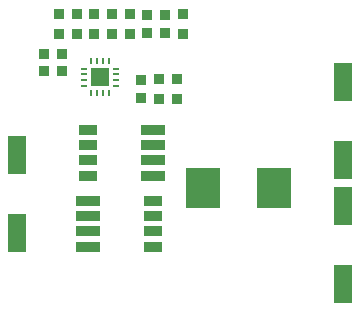
<source format=gtp>
G04*
G04 #@! TF.GenerationSoftware,Altium Limited,Altium Designer,23.4.1 (23)*
G04*
G04 Layer_Color=8421504*
%FSLAX44Y44*%
%MOMM*%
G71*
G04*
G04 #@! TF.SameCoordinates,784DB819-4BFE-4B82-8429-40DAF9DCB5A1*
G04*
G04*
G04 #@! TF.FilePolarity,Positive*
G04*
G01*
G75*
%ADD14R,1.4986X3.3020*%
%ADD15R,3.0000X3.5000*%
G04:AMPARAMS|DCode=16|XSize=0.85mm|YSize=1.9812mm|CornerRadius=0.0425mm|HoleSize=0mm|Usage=FLASHONLY|Rotation=90.000|XOffset=0mm|YOffset=0mm|HoleType=Round|Shape=RoundedRectangle|*
%AMROUNDEDRECTD16*
21,1,0.8500,1.8962,0,0,90.0*
21,1,0.7650,1.9812,0,0,90.0*
1,1,0.0850,0.9481,0.3825*
1,1,0.0850,0.9481,-0.3825*
1,1,0.0850,-0.9481,-0.3825*
1,1,0.0850,-0.9481,0.3825*
%
%ADD16ROUNDEDRECTD16*%
G04:AMPARAMS|DCode=17|XSize=0.85mm|YSize=1.45mm|CornerRadius=0.0425mm|HoleSize=0mm|Usage=FLASHONLY|Rotation=90.000|XOffset=0mm|YOffset=0mm|HoleType=Round|Shape=RoundedRectangle|*
%AMROUNDEDRECTD17*
21,1,0.8500,1.3650,0,0,90.0*
21,1,0.7650,1.4500,0,0,90.0*
1,1,0.0850,0.6825,0.3825*
1,1,0.0850,0.6825,-0.3825*
1,1,0.0850,-0.6825,-0.3825*
1,1,0.0850,-0.6825,0.3825*
%
%ADD17ROUNDEDRECTD17*%
%ADD18R,1.6000X1.6000*%
%ADD19R,0.2300X0.4800*%
%ADD20R,0.4800X0.2300*%
G04:AMPARAMS|DCode=21|XSize=0.9mm|YSize=0.8mm|CornerRadius=0.06mm|HoleSize=0mm|Usage=FLASHONLY|Rotation=270.000|XOffset=0mm|YOffset=0mm|HoleType=Round|Shape=RoundedRectangle|*
%AMROUNDEDRECTD21*
21,1,0.9000,0.6800,0,0,270.0*
21,1,0.7800,0.8000,0,0,270.0*
1,1,0.1200,-0.3400,-0.3900*
1,1,0.1200,-0.3400,0.3900*
1,1,0.1200,0.3400,0.3900*
1,1,0.1200,0.3400,-0.3900*
%
%ADD21ROUNDEDRECTD21*%
G04:AMPARAMS|DCode=22|XSize=0.8mm|YSize=0.9mm|CornerRadius=0.06mm|HoleSize=0mm|Usage=FLASHONLY|Rotation=0.000|XOffset=0mm|YOffset=0mm|HoleType=Round|Shape=RoundedRectangle|*
%AMROUNDEDRECTD22*
21,1,0.8000,0.7800,0,0,0.0*
21,1,0.6800,0.9000,0,0,0.0*
1,1,0.1200,0.3400,-0.3900*
1,1,0.1200,-0.3400,-0.3900*
1,1,0.1200,-0.3400,0.3900*
1,1,0.1200,0.3400,0.3900*
%
%ADD22ROUNDEDRECTD22*%
G04:AMPARAMS|DCode=23|XSize=0.8mm|YSize=0.9mm|CornerRadius=0.06mm|HoleSize=0mm|Usage=FLASHONLY|Rotation=90.000|XOffset=0mm|YOffset=0mm|HoleType=Round|Shape=RoundedRectangle|*
%AMROUNDEDRECTD23*
21,1,0.8000,0.7800,0,0,90.0*
21,1,0.6800,0.9000,0,0,90.0*
1,1,0.1200,0.3900,0.3400*
1,1,0.1200,0.3900,-0.3400*
1,1,0.1200,-0.3900,-0.3400*
1,1,0.1200,-0.3900,0.3400*
%
%ADD23ROUNDEDRECTD23*%
D14*
X133000Y108198D02*
D03*
Y42158D02*
D03*
X409000Y65020D02*
D03*
Y-1020D02*
D03*
Y103980D02*
D03*
Y170020D02*
D03*
D15*
X350250Y80000D02*
D03*
X289750D02*
D03*
D16*
X192500Y69250D02*
D03*
Y56351D02*
D03*
Y43651D02*
D03*
Y30750D02*
D03*
X247500Y90750D02*
D03*
Y103649D02*
D03*
Y116349D02*
D03*
Y129250D02*
D03*
D17*
Y30750D02*
D03*
Y69250D02*
D03*
Y56351D02*
D03*
Y43651D02*
D03*
X192500Y129250D02*
D03*
Y90750D02*
D03*
Y103649D02*
D03*
Y116349D02*
D03*
D18*
X203000Y174000D02*
D03*
D19*
X195500Y187600D02*
D03*
X200500D02*
D03*
X205500D02*
D03*
X210500D02*
D03*
Y160400D02*
D03*
X205500D02*
D03*
X200500D02*
D03*
X195500D02*
D03*
D20*
X216600Y181500D02*
D03*
Y176500D02*
D03*
Y171500D02*
D03*
Y166500D02*
D03*
X189400D02*
D03*
Y171500D02*
D03*
Y176500D02*
D03*
Y181500D02*
D03*
D21*
X168000Y227500D02*
D03*
Y210500D02*
D03*
X268000Y172500D02*
D03*
Y155500D02*
D03*
X253000Y172500D02*
D03*
Y155500D02*
D03*
X228000Y227500D02*
D03*
Y210500D02*
D03*
X213000Y210500D02*
D03*
Y227500D02*
D03*
X273000Y210500D02*
D03*
Y227500D02*
D03*
X183000Y210500D02*
D03*
Y227500D02*
D03*
X198000Y210500D02*
D03*
Y227500D02*
D03*
D22*
X155500Y194000D02*
D03*
X170500D02*
D03*
X155500Y179000D02*
D03*
X170500D02*
D03*
D23*
X238000Y156500D02*
D03*
Y171500D02*
D03*
X258000Y211500D02*
D03*
Y226500D02*
D03*
X243000Y211500D02*
D03*
Y226500D02*
D03*
M02*

</source>
